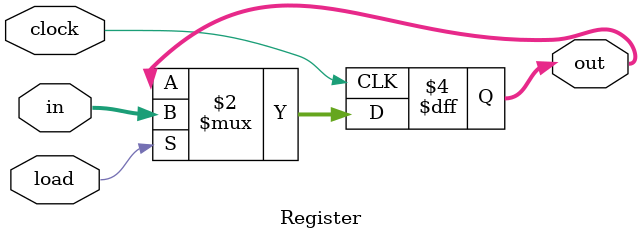
<source format=v>
module Register(input [31:0] in, input clock, input load,
                output reg [31:0] out);
    always @(posedge clock)
        if (load) out <= in;
endmodule
</source>
